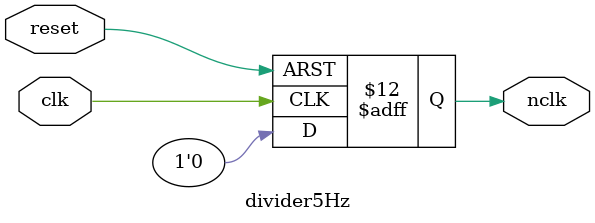
<source format=v>
module divider5Hz(
           input clk,
           input reset,
           output reg nclk
       );
reg [23:0] number;

initial begin
    number = 1;
    nclk = 0;
end


always @(posedge clk or posedge reset) begin
    if(reset) begin
        number <= 1;
        nclk <= 0;
    end
    else if (number == 20000000) begin
        number <= 1;
        nclk <= ~ nclk;
    end
    else begin
        number <= number + 1;
        nclk <= 0;
    end
end

endmodule

</source>
